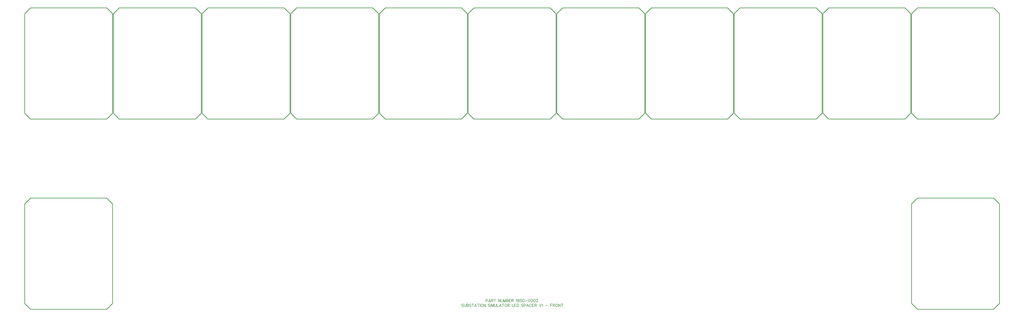
<source format=gto>
G04 Layer: TopSilkscreenLayer*
G04 EasyEDA v6.5.34, 2023-08-21 18:11:39*
G04 86e5507150654a709470a211b8b9a7fc,5a6b42c53f6a479593ecc07194224c93,10*
G04 Gerber Generator version 0.2*
G04 Scale: 100 percent, Rotated: No, Reflected: No *
G04 Dimensions in millimeters *
G04 leading zeros omitted , absolute positions ,4 integer and 5 decimal *
%FSLAX45Y45*%
%MOMM*%

%ADD10C,0.2032*%
%ADD11C,0.2540*%

%LPD*%
D10*
X21133054Y244347D02*
G01*
X21122131Y255270D01*
X21105622Y260857D01*
X21083777Y260857D01*
X21067522Y255270D01*
X21056600Y244347D01*
X21056600Y233426D01*
X21061934Y222504D01*
X21067522Y217170D01*
X21078443Y211581D01*
X21111209Y200913D01*
X21122131Y195326D01*
X21127466Y189992D01*
X21133054Y179070D01*
X21133054Y162560D01*
X21122131Y151637D01*
X21105622Y146304D01*
X21083777Y146304D01*
X21067522Y151637D01*
X21056600Y162560D01*
X21168868Y260857D02*
G01*
X21168868Y179070D01*
X21174456Y162560D01*
X21185377Y151637D01*
X21201634Y146304D01*
X21212556Y146304D01*
X21229066Y151637D01*
X21239988Y162560D01*
X21245322Y179070D01*
X21245322Y260857D01*
X21281390Y260857D02*
G01*
X21281390Y146304D01*
X21281390Y260857D02*
G01*
X21330411Y260857D01*
X21346668Y255270D01*
X21352256Y249936D01*
X21357590Y239013D01*
X21357590Y228092D01*
X21352256Y217170D01*
X21346668Y211581D01*
X21330411Y206247D01*
X21281390Y206247D02*
G01*
X21330411Y206247D01*
X21346668Y200913D01*
X21352256Y195326D01*
X21357590Y184404D01*
X21357590Y168147D01*
X21352256Y157226D01*
X21346668Y151637D01*
X21330411Y146304D01*
X21281390Y146304D01*
X21470111Y244347D02*
G01*
X21459190Y255270D01*
X21442679Y260857D01*
X21420836Y260857D01*
X21404579Y255270D01*
X21393658Y244347D01*
X21393658Y233426D01*
X21399245Y222504D01*
X21404579Y217170D01*
X21415502Y211581D01*
X21448268Y200913D01*
X21459190Y195326D01*
X21464524Y189992D01*
X21470111Y179070D01*
X21470111Y162560D01*
X21459190Y151637D01*
X21442679Y146304D01*
X21420836Y146304D01*
X21404579Y151637D01*
X21393658Y162560D01*
X21544279Y260857D02*
G01*
X21544279Y146304D01*
X21506179Y260857D02*
G01*
X21582379Y260857D01*
X21662136Y260857D02*
G01*
X21618448Y146304D01*
X21662136Y260857D02*
G01*
X21705570Y146304D01*
X21634704Y184404D02*
G01*
X21689313Y184404D01*
X21779991Y260857D02*
G01*
X21779991Y146304D01*
X21741638Y260857D02*
G01*
X21818091Y260857D01*
X21854159Y260857D02*
G01*
X21854159Y146304D01*
X21922740Y260857D02*
G01*
X21911818Y255270D01*
X21900895Y244347D01*
X21895561Y233426D01*
X21889974Y217170D01*
X21889974Y189992D01*
X21895561Y173481D01*
X21900895Y162560D01*
X21911818Y151637D01*
X21922740Y146304D01*
X21944584Y146304D01*
X21955506Y151637D01*
X21966427Y162560D01*
X21971761Y173481D01*
X21977350Y189992D01*
X21977350Y217170D01*
X21971761Y233426D01*
X21966427Y244347D01*
X21955506Y255270D01*
X21944584Y260857D01*
X21922740Y260857D01*
X22013418Y260857D02*
G01*
X22013418Y146304D01*
X22013418Y260857D02*
G01*
X22089618Y146304D01*
X22089618Y260857D02*
G01*
X22089618Y146304D01*
X22285959Y244347D02*
G01*
X22275038Y255270D01*
X22258781Y260857D01*
X22236938Y260857D01*
X22220681Y255270D01*
X22209759Y244347D01*
X22209759Y233426D01*
X22215093Y222504D01*
X22220681Y217170D01*
X22231604Y211581D01*
X22264116Y200913D01*
X22275038Y195326D01*
X22280625Y189992D01*
X22285959Y179070D01*
X22285959Y162560D01*
X22275038Y151637D01*
X22258781Y146304D01*
X22236938Y146304D01*
X22220681Y151637D01*
X22209759Y162560D01*
X22322027Y260857D02*
G01*
X22322027Y146304D01*
X22358095Y260857D02*
G01*
X22358095Y146304D01*
X22358095Y260857D02*
G01*
X22401784Y146304D01*
X22445218Y260857D02*
G01*
X22401784Y146304D01*
X22445218Y260857D02*
G01*
X22445218Y146304D01*
X22481286Y260857D02*
G01*
X22481286Y179070D01*
X22486874Y162560D01*
X22497795Y151637D01*
X22514052Y146304D01*
X22524974Y146304D01*
X22541229Y151637D01*
X22552152Y162560D01*
X22557740Y179070D01*
X22557740Y260857D01*
X22593808Y260857D02*
G01*
X22593808Y146304D01*
X22593808Y146304D02*
G01*
X22659086Y146304D01*
X22738841Y260857D02*
G01*
X22695154Y146304D01*
X22738841Y260857D02*
G01*
X22782529Y146304D01*
X22711409Y184404D02*
G01*
X22766020Y184404D01*
X22856698Y260857D02*
G01*
X22856698Y146304D01*
X22818343Y260857D02*
G01*
X22894798Y260857D01*
X22963631Y260857D02*
G01*
X22952709Y255270D01*
X22941788Y244347D01*
X22936200Y233426D01*
X22930866Y217170D01*
X22930866Y189992D01*
X22936200Y173481D01*
X22941788Y162560D01*
X22952709Y151637D01*
X22963631Y146304D01*
X22985222Y146304D01*
X22996143Y151637D01*
X23007066Y162560D01*
X23012654Y173481D01*
X23017988Y189992D01*
X23017988Y217170D01*
X23012654Y233426D01*
X23007066Y244347D01*
X22996143Y255270D01*
X22985222Y260857D01*
X22963631Y260857D01*
X23054056Y260857D02*
G01*
X23054056Y146304D01*
X23054056Y260857D02*
G01*
X23103077Y260857D01*
X23119588Y255270D01*
X23124922Y249936D01*
X23130509Y239013D01*
X23130509Y228092D01*
X23124922Y217170D01*
X23119588Y211581D01*
X23103077Y206247D01*
X23054056Y206247D01*
X23092156Y206247D02*
G01*
X23130509Y146304D01*
X23250398Y260857D02*
G01*
X23250398Y146304D01*
X23250398Y146304D02*
G01*
X23315929Y146304D01*
X23351743Y260857D02*
G01*
X23351743Y146304D01*
X23351743Y260857D02*
G01*
X23422863Y260857D01*
X23351743Y206247D02*
G01*
X23395431Y206247D01*
X23351743Y146304D02*
G01*
X23422863Y146304D01*
X23458677Y260857D02*
G01*
X23458677Y146304D01*
X23458677Y260857D02*
G01*
X23497031Y260857D01*
X23513288Y255270D01*
X23524209Y244347D01*
X23529798Y233426D01*
X23535131Y217170D01*
X23535131Y189992D01*
X23529798Y173481D01*
X23524209Y162560D01*
X23513288Y151637D01*
X23497031Y146304D01*
X23458677Y146304D01*
X23731474Y244347D02*
G01*
X23720552Y255270D01*
X23704295Y260857D01*
X23682452Y260857D01*
X23665941Y255270D01*
X23655020Y244347D01*
X23655020Y233426D01*
X23660608Y222504D01*
X23665941Y217170D01*
X23676863Y211581D01*
X23709629Y200913D01*
X23720552Y195326D01*
X23726140Y189992D01*
X23731474Y179070D01*
X23731474Y162560D01*
X23720552Y151637D01*
X23704295Y146304D01*
X23682452Y146304D01*
X23665941Y151637D01*
X23655020Y162560D01*
X23767541Y260857D02*
G01*
X23767541Y146304D01*
X23767541Y260857D02*
G01*
X23816563Y260857D01*
X23833074Y255270D01*
X23838408Y249936D01*
X23843741Y239013D01*
X23843741Y222504D01*
X23838408Y211581D01*
X23833074Y206247D01*
X23816563Y200913D01*
X23767541Y200913D01*
X23923498Y260857D02*
G01*
X23879809Y146304D01*
X23923498Y260857D02*
G01*
X23967186Y146304D01*
X23896320Y184404D02*
G01*
X23950675Y184404D01*
X24085041Y233426D02*
G01*
X24079454Y244347D01*
X24068531Y255270D01*
X24057609Y260857D01*
X24035766Y260857D01*
X24024843Y255270D01*
X24013922Y244347D01*
X24008588Y233426D01*
X24003254Y217170D01*
X24003254Y189992D01*
X24008588Y173481D01*
X24013922Y162560D01*
X24024843Y151637D01*
X24035766Y146304D01*
X24057609Y146304D01*
X24068531Y151637D01*
X24079454Y162560D01*
X24085041Y173481D01*
X24120856Y260857D02*
G01*
X24120856Y146304D01*
X24120856Y260857D02*
G01*
X24191975Y260857D01*
X24120856Y206247D02*
G01*
X24164543Y206247D01*
X24120856Y146304D02*
G01*
X24191975Y146304D01*
X24227790Y260857D02*
G01*
X24227790Y146304D01*
X24227790Y260857D02*
G01*
X24277066Y260857D01*
X24293322Y255270D01*
X24298656Y249936D01*
X24304243Y239013D01*
X24304243Y228092D01*
X24298656Y217170D01*
X24293322Y211581D01*
X24277066Y206247D01*
X24227790Y206247D01*
X24266143Y206247D02*
G01*
X24304243Y146304D01*
X24424131Y260857D02*
G01*
X24467820Y146304D01*
X24511508Y260857D02*
G01*
X24467820Y146304D01*
X24547575Y239013D02*
G01*
X24558498Y244347D01*
X24574754Y260857D01*
X24574754Y146304D01*
X24694895Y195326D02*
G01*
X24792940Y195326D01*
X24913081Y260857D02*
G01*
X24913081Y146304D01*
X24913081Y260857D02*
G01*
X24983948Y260857D01*
X24913081Y206247D02*
G01*
X24956516Y206247D01*
X25019761Y260857D02*
G01*
X25019761Y146304D01*
X25019761Y260857D02*
G01*
X25069038Y260857D01*
X25085293Y255270D01*
X25090881Y249936D01*
X25096216Y239013D01*
X25096216Y228092D01*
X25090881Y217170D01*
X25085293Y211581D01*
X25069038Y206247D01*
X25019761Y206247D01*
X25058116Y206247D02*
G01*
X25096216Y146304D01*
X25165050Y260857D02*
G01*
X25154127Y255270D01*
X25143206Y244347D01*
X25137618Y233426D01*
X25132284Y217170D01*
X25132284Y189992D01*
X25137618Y173481D01*
X25143206Y162560D01*
X25154127Y151637D01*
X25165050Y146304D01*
X25186893Y146304D01*
X25197561Y151637D01*
X25208484Y162560D01*
X25214072Y173481D01*
X25219406Y189992D01*
X25219406Y217170D01*
X25214072Y233426D01*
X25208484Y244347D01*
X25197561Y255270D01*
X25186893Y260857D01*
X25165050Y260857D01*
X25255474Y260857D02*
G01*
X25255474Y146304D01*
X25255474Y260857D02*
G01*
X25331927Y146304D01*
X25331927Y260857D02*
G01*
X25331927Y146304D01*
X25406095Y260857D02*
G01*
X25406095Y146304D01*
X25367741Y260857D02*
G01*
X25444195Y260857D01*
X22110700Y464057D02*
G01*
X22110700Y349504D01*
X22110700Y464057D02*
G01*
X22159722Y464057D01*
X22176231Y458470D01*
X22181566Y453136D01*
X22187154Y442213D01*
X22187154Y425704D01*
X22181566Y414781D01*
X22176231Y409447D01*
X22159722Y404113D01*
X22110700Y404113D01*
X22266656Y464057D02*
G01*
X22222968Y349504D01*
X22266656Y464057D02*
G01*
X22310343Y349504D01*
X22239477Y387604D02*
G01*
X22294088Y387604D01*
X22346411Y464057D02*
G01*
X22346411Y349504D01*
X22346411Y464057D02*
G01*
X22395434Y464057D01*
X22411690Y458470D01*
X22417277Y453136D01*
X22422611Y442213D01*
X22422611Y431292D01*
X22417277Y420370D01*
X22411690Y414781D01*
X22395434Y409447D01*
X22346411Y409447D01*
X22384511Y409447D02*
G01*
X22422611Y349504D01*
X22496779Y464057D02*
G01*
X22496779Y349504D01*
X22458679Y464057D02*
G01*
X22535134Y464057D01*
X22655022Y464057D02*
G01*
X22655022Y349504D01*
X22655022Y464057D02*
G01*
X22731475Y349504D01*
X22731475Y464057D02*
G01*
X22731475Y349504D01*
X22767543Y464057D02*
G01*
X22767543Y382270D01*
X22772877Y365760D01*
X22783800Y354837D01*
X22800056Y349504D01*
X22810977Y349504D01*
X22827488Y354837D01*
X22838409Y365760D01*
X22843743Y382270D01*
X22843743Y464057D01*
X22879811Y464057D02*
G01*
X22879811Y349504D01*
X22879811Y464057D02*
G01*
X22923500Y349504D01*
X22967188Y464057D02*
G01*
X22923500Y349504D01*
X22967188Y464057D02*
G01*
X22967188Y349504D01*
X23003002Y464057D02*
G01*
X23003002Y349504D01*
X23003002Y464057D02*
G01*
X23052277Y464057D01*
X23068534Y458470D01*
X23073868Y453136D01*
X23079456Y442213D01*
X23079456Y431292D01*
X23073868Y420370D01*
X23068534Y414781D01*
X23052277Y409447D01*
X23003002Y409447D02*
G01*
X23052277Y409447D01*
X23068534Y404113D01*
X23073868Y398526D01*
X23079456Y387604D01*
X23079456Y371347D01*
X23073868Y360426D01*
X23068534Y354837D01*
X23052277Y349504D01*
X23003002Y349504D01*
X23115524Y464057D02*
G01*
X23115524Y349504D01*
X23115524Y464057D02*
G01*
X23186390Y464057D01*
X23115524Y409447D02*
G01*
X23158958Y409447D01*
X23115524Y349504D02*
G01*
X23186390Y349504D01*
X23222458Y464057D02*
G01*
X23222458Y349504D01*
X23222458Y464057D02*
G01*
X23271479Y464057D01*
X23287736Y458470D01*
X23293324Y453136D01*
X23298658Y442213D01*
X23298658Y431292D01*
X23293324Y420370D01*
X23287736Y414781D01*
X23271479Y409447D01*
X23222458Y409447D01*
X23260558Y409447D02*
G01*
X23298658Y349504D01*
X23418800Y442213D02*
G01*
X23429722Y447547D01*
X23445977Y464057D01*
X23445977Y349504D01*
X23509224Y464057D02*
G01*
X23492968Y458470D01*
X23487379Y447547D01*
X23487379Y436626D01*
X23492968Y425704D01*
X23503890Y420370D01*
X23525479Y414781D01*
X23541990Y409447D01*
X23552911Y398526D01*
X23558245Y387604D01*
X23558245Y371347D01*
X23552911Y360426D01*
X23547324Y354837D01*
X23531068Y349504D01*
X23509224Y349504D01*
X23492968Y354837D01*
X23487379Y360426D01*
X23482045Y371347D01*
X23482045Y387604D01*
X23487379Y398526D01*
X23498302Y409447D01*
X23514811Y414781D01*
X23536402Y420370D01*
X23547324Y425704D01*
X23552911Y436626D01*
X23552911Y447547D01*
X23547324Y458470D01*
X23531068Y464057D01*
X23509224Y464057D01*
X23659845Y464057D02*
G01*
X23605236Y464057D01*
X23599902Y414781D01*
X23605236Y420370D01*
X23621491Y425704D01*
X23638002Y425704D01*
X23654258Y420370D01*
X23665179Y409447D01*
X23670768Y393192D01*
X23670768Y382270D01*
X23665179Y365760D01*
X23654258Y354837D01*
X23638002Y349504D01*
X23621491Y349504D01*
X23605236Y354837D01*
X23599902Y360426D01*
X23594313Y371347D01*
X23739348Y464057D02*
G01*
X23723091Y458470D01*
X23712170Y442213D01*
X23706581Y414781D01*
X23706581Y398526D01*
X23712170Y371347D01*
X23723091Y354837D01*
X23739348Y349504D01*
X23750270Y349504D01*
X23766779Y354837D01*
X23777702Y371347D01*
X23783036Y398526D01*
X23783036Y414781D01*
X23777702Y442213D01*
X23766779Y458470D01*
X23750270Y464057D01*
X23739348Y464057D01*
X23819104Y398526D02*
G01*
X23917148Y398526D01*
X23985981Y464057D02*
G01*
X23969725Y458470D01*
X23958804Y442213D01*
X23953216Y414781D01*
X23953216Y398526D01*
X23958804Y371347D01*
X23969725Y354837D01*
X23985981Y349504D01*
X23996904Y349504D01*
X24013159Y354837D01*
X24024081Y371347D01*
X24029670Y398526D01*
X24029670Y414781D01*
X24024081Y442213D01*
X24013159Y458470D01*
X23996904Y464057D01*
X23985981Y464057D01*
X24071072Y436626D02*
G01*
X24071072Y442213D01*
X24076406Y453136D01*
X24081993Y458470D01*
X24092916Y464057D01*
X24114759Y464057D01*
X24125681Y458470D01*
X24131016Y453136D01*
X24136604Y442213D01*
X24136604Y431292D01*
X24131016Y420370D01*
X24120093Y404113D01*
X24065484Y349504D01*
X24141938Y349504D01*
X24210772Y464057D02*
G01*
X24194261Y458470D01*
X24183340Y442213D01*
X24178006Y414781D01*
X24178006Y398526D01*
X24183340Y371347D01*
X24194261Y354837D01*
X24210772Y349504D01*
X24221693Y349504D01*
X24237950Y354837D01*
X24248872Y371347D01*
X24254206Y398526D01*
X24254206Y414781D01*
X24248872Y442213D01*
X24237950Y458470D01*
X24221693Y464057D01*
X24210772Y464057D01*
X24295861Y436626D02*
G01*
X24295861Y442213D01*
X24301195Y453136D01*
X24306784Y458470D01*
X24317706Y464057D01*
X24339295Y464057D01*
X24350218Y458470D01*
X24355806Y453136D01*
X24361140Y442213D01*
X24361140Y431292D01*
X24355806Y420370D01*
X24344884Y404113D01*
X24290274Y349504D01*
X24366727Y349504D01*
D11*
X17747995Y13115315D02*
G01*
X21049995Y13115315D01*
X21303995Y12861315D01*
X21303995Y8543315D01*
X21049995Y8289315D01*
X17747995Y8289312D01*
X17493995Y8543312D01*
X17493995Y12861315D01*
X17747995Y13115315D01*
X2375204Y13115315D02*
G01*
X5677204Y13115315D01*
X5931204Y12861315D01*
X5931204Y8543315D01*
X5677204Y8289315D01*
X2375204Y8289312D01*
X2121204Y8543312D01*
X2121204Y12861315D01*
X2375204Y13115315D01*
X40806903Y4864100D02*
G01*
X44108903Y4864100D01*
X44362903Y4610100D01*
X44362903Y292100D01*
X44108903Y38100D01*
X40806903Y38097D01*
X40552903Y292097D01*
X40552903Y4610100D01*
X40806903Y4864100D01*
X2374900Y4864100D02*
G01*
X5676900Y4864100D01*
X5930900Y4610100D01*
X5930900Y292100D01*
X5676900Y38100D01*
X2374900Y38097D01*
X2120900Y292097D01*
X2120900Y4610100D01*
X2374900Y4864100D01*
X40807208Y13115315D02*
G01*
X44109208Y13115315D01*
X44363208Y12861315D01*
X44363208Y8543315D01*
X44109208Y8289315D01*
X40807208Y8289312D01*
X40553208Y8543312D01*
X40553208Y12861315D01*
X40807208Y13115315D01*
X36964010Y13115315D02*
G01*
X40266010Y13115315D01*
X40520010Y12861315D01*
X40520010Y8543315D01*
X40266010Y8289315D01*
X36964010Y8289312D01*
X36710010Y8543312D01*
X36710010Y12861315D01*
X36964010Y13115315D01*
X33120812Y13115315D02*
G01*
X36422812Y13115315D01*
X36676812Y12861315D01*
X36676812Y8543315D01*
X36422812Y8289315D01*
X33120812Y8289312D01*
X32866812Y8543312D01*
X32866812Y12861315D01*
X33120812Y13115315D01*
X29277614Y13115315D02*
G01*
X32579614Y13115315D01*
X32833614Y12861315D01*
X32833614Y8543315D01*
X32579614Y8289315D01*
X29277614Y8289312D01*
X29023614Y8543312D01*
X29023614Y12861315D01*
X29277614Y13115315D01*
X25434416Y13115315D02*
G01*
X28736416Y13115315D01*
X28990416Y12861315D01*
X28990416Y8543315D01*
X28736416Y8289315D01*
X25434416Y8289312D01*
X25180416Y8543312D01*
X25180416Y12861315D01*
X25434416Y13115315D01*
X21591219Y13115315D02*
G01*
X24893219Y13115315D01*
X25147219Y12861315D01*
X25147219Y8543315D01*
X24893219Y8289315D01*
X21591219Y8289312D01*
X21337219Y8543312D01*
X21337219Y12861315D01*
X21591219Y13115315D01*
X13904798Y13115315D02*
G01*
X17206798Y13115315D01*
X17460798Y12861315D01*
X17460798Y8543315D01*
X17206798Y8289315D01*
X13904798Y8289312D01*
X13650798Y8543312D01*
X13650798Y12861315D01*
X13904798Y13115315D01*
X10061600Y13115315D02*
G01*
X13363600Y13115315D01*
X13617600Y12861315D01*
X13617600Y8543315D01*
X13363600Y8289315D01*
X10061600Y8289312D01*
X9807600Y8543312D01*
X9807600Y12861315D01*
X10061600Y13115315D01*
X6218402Y13115315D02*
G01*
X9520402Y13115315D01*
X9774402Y12861315D01*
X9774402Y8543315D01*
X9520402Y8289315D01*
X6218402Y8289312D01*
X5964402Y8543312D01*
X5964402Y12861315D01*
X6218402Y13115315D01*
M02*

</source>
